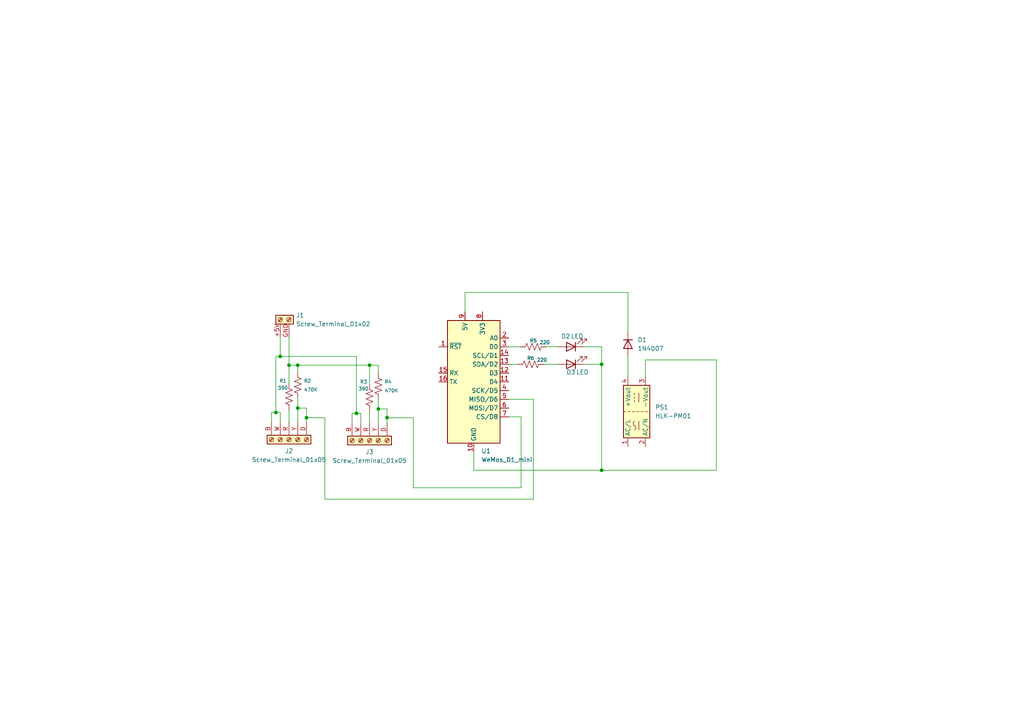
<source format=kicad_sch>
(kicad_sch
	(version 20231120)
	(generator "eeschema")
	(generator_version "8.0")
	(uuid "33541458-3008-4409-b29c-4498098e6b74")
	(paper "A4")
	(lib_symbols
		(symbol "Connector:Screw_Terminal_01x02"
			(pin_names
				(offset 1.016) hide)
			(exclude_from_sim no)
			(in_bom yes)
			(on_board yes)
			(property "Reference" "J1"
				(at 1.2701 -4.572 90)
				(effects
					(font
						(size 1.27 1.27)
					)
					(justify right)
				)
			)
			(property "Value" "Screw_Terminal_01x02"
				(at -1.2699 -4.572 90)
				(effects
					(font
						(size 1.27 1.27)
					)
					(justify right)
				)
			)
			(property "Footprint" ""
				(at 0 0 0)
				(effects
					(font
						(size 1.27 1.27)
					)
					(hide yes)
				)
			)
			(property "Datasheet" "~"
				(at 0 0 0)
				(effects
					(font
						(size 1.27 1.27)
					)
					(hide yes)
				)
			)
			(property "Description" "Generic screw terminal, single row, 01x02, script generated (kicad-library-utils/schlib/autogen/connector/)"
				(at 0 0 0)
				(effects
					(font
						(size 1.27 1.27)
					)
					(hide yes)
				)
			)
			(property "ki_keywords" "screw terminal"
				(at 0 0 0)
				(effects
					(font
						(size 1.27 1.27)
					)
					(hide yes)
				)
			)
			(property "ki_fp_filters" "TerminalBlock*:*"
				(at 0 0 0)
				(effects
					(font
						(size 1.27 1.27)
					)
					(hide yes)
				)
			)
			(symbol "Screw_Terminal_01x02_1_1"
				(rectangle
					(start -1.27 1.27)
					(end 1.27 -3.81)
					(stroke
						(width 0.254)
						(type default)
					)
					(fill
						(type background)
					)
				)
				(circle
					(center 0 -2.54)
					(radius 0.635)
					(stroke
						(width 0.1524)
						(type default)
					)
					(fill
						(type none)
					)
				)
				(polyline
					(pts
						(xy -0.5334 -2.2098) (xy 0.3302 -3.048)
					)
					(stroke
						(width 0.1524)
						(type default)
					)
					(fill
						(type none)
					)
				)
				(polyline
					(pts
						(xy -0.5334 0.3302) (xy 0.3302 -0.508)
					)
					(stroke
						(width 0.1524)
						(type default)
					)
					(fill
						(type none)
					)
				)
				(polyline
					(pts
						(xy -0.3556 -2.032) (xy 0.508 -2.8702)
					)
					(stroke
						(width 0.1524)
						(type default)
					)
					(fill
						(type none)
					)
				)
				(polyline
					(pts
						(xy -0.3556 0.508) (xy 0.508 -0.3302)
					)
					(stroke
						(width 0.1524)
						(type default)
					)
					(fill
						(type none)
					)
				)
				(circle
					(center 0 0)
					(radius 0.635)
					(stroke
						(width 0.1524)
						(type default)
					)
					(fill
						(type none)
					)
				)
				(pin passive line
					(at -5.08 0 0)
					(length 3.81)
					(name "Pin_1"
						(effects
							(font
								(size 1.27 1.27)
							)
						)
					)
					(number "+5V"
						(effects
							(font
								(size 1.27 1.27)
							)
						)
					)
				)
				(pin passive line
					(at -5.08 -2.54 0)
					(length 3.81)
					(name "Pin_2"
						(effects
							(font
								(size 1.27 1.27)
							)
						)
					)
					(number "GND"
						(effects
							(font
								(size 1.27 1.27)
							)
						)
					)
				)
			)
		)
		(symbol "Connector:Screw_Terminal_01x05"
			(pin_names
				(offset 1.016) hide)
			(exclude_from_sim no)
			(in_bom yes)
			(on_board yes)
			(property "Reference" "J3"
				(at 3.302 0 90)
				(effects
					(font
						(size 1.27 1.27)
					)
				)
			)
			(property "Value" "Screw_Terminal_01x05"
				(at 5.842 0 90)
				(effects
					(font
						(size 1.27 1.27)
					)
				)
			)
			(property "Footprint" ""
				(at 0 0 0)
				(effects
					(font
						(size 1.27 1.27)
					)
					(hide yes)
				)
			)
			(property "Datasheet" "~"
				(at 0 0 0)
				(effects
					(font
						(size 1.27 1.27)
					)
					(hide yes)
				)
			)
			(property "Description" "Generic screw terminal, single row, 01x05, script generated (kicad-library-utils/schlib/autogen/connector/)"
				(at 0 0 0)
				(effects
					(font
						(size 1.27 1.27)
					)
					(hide yes)
				)
			)
			(property "ki_keywords" "screw terminal"
				(at 0 0 0)
				(effects
					(font
						(size 1.27 1.27)
					)
					(hide yes)
				)
			)
			(property "ki_fp_filters" "TerminalBlock*:*"
				(at 0 0 0)
				(effects
					(font
						(size 1.27 1.27)
					)
					(hide yes)
				)
			)
			(symbol "Screw_Terminal_01x05_1_1"
				(rectangle
					(start -1.27 6.35)
					(end 1.27 -6.35)
					(stroke
						(width 0.254)
						(type default)
					)
					(fill
						(type background)
					)
				)
				(circle
					(center 0 -5.08)
					(radius 0.635)
					(stroke
						(width 0.1524)
						(type default)
					)
					(fill
						(type none)
					)
				)
				(circle
					(center 0 -2.54)
					(radius 0.635)
					(stroke
						(width 0.1524)
						(type default)
					)
					(fill
						(type none)
					)
				)
				(polyline
					(pts
						(xy -0.5334 -4.7498) (xy 0.3302 -5.588)
					)
					(stroke
						(width 0.1524)
						(type default)
					)
					(fill
						(type none)
					)
				)
				(polyline
					(pts
						(xy -0.5334 -2.2098) (xy 0.3302 -3.048)
					)
					(stroke
						(width 0.1524)
						(type default)
					)
					(fill
						(type none)
					)
				)
				(polyline
					(pts
						(xy -0.5334 0.3302) (xy 0.3302 -0.508)
					)
					(stroke
						(width 0.1524)
						(type default)
					)
					(fill
						(type none)
					)
				)
				(polyline
					(pts
						(xy -0.5334 2.8702) (xy 0.3302 2.032)
					)
					(stroke
						(width 0.1524)
						(type default)
					)
					(fill
						(type none)
					)
				)
				(polyline
					(pts
						(xy -0.5334 5.4102) (xy 0.3302 4.572)
					)
					(stroke
						(width 0.1524)
						(type default)
					)
					(fill
						(type none)
					)
				)
				(polyline
					(pts
						(xy -0.3556 -4.572) (xy 0.508 -5.4102)
					)
					(stroke
						(width 0.1524)
						(type default)
					)
					(fill
						(type none)
					)
				)
				(polyline
					(pts
						(xy -0.3556 -2.032) (xy 0.508 -2.8702)
					)
					(stroke
						(width 0.1524)
						(type default)
					)
					(fill
						(type none)
					)
				)
				(polyline
					(pts
						(xy -0.3556 0.508) (xy 0.508 -0.3302)
					)
					(stroke
						(width 0.1524)
						(type default)
					)
					(fill
						(type none)
					)
				)
				(polyline
					(pts
						(xy -0.3556 3.048) (xy 0.508 2.2098)
					)
					(stroke
						(width 0.1524)
						(type default)
					)
					(fill
						(type none)
					)
				)
				(polyline
					(pts
						(xy -0.3556 5.588) (xy 0.508 4.7498)
					)
					(stroke
						(width 0.1524)
						(type default)
					)
					(fill
						(type none)
					)
				)
				(circle
					(center 0 0)
					(radius 0.635)
					(stroke
						(width 0.1524)
						(type default)
					)
					(fill
						(type none)
					)
				)
				(circle
					(center 0 2.54)
					(radius 0.635)
					(stroke
						(width 0.1524)
						(type default)
					)
					(fill
						(type none)
					)
				)
				(circle
					(center 0 5.08)
					(radius 0.635)
					(stroke
						(width 0.1524)
						(type default)
					)
					(fill
						(type none)
					)
				)
				(pin passive line
					(at -5.08 -5.08 0)
					(length 3.81)
					(name "Pin_5"
						(effects
							(font
								(size 1.27 1.27)
							)
						)
					)
					(number "B"
						(effects
							(font
								(size 1.27 1.27)
							)
						)
					)
				)
				(pin passive line
					(at -5.08 5.08 0)
					(length 3.81)
					(name "Pin_1"
						(effects
							(font
								(size 1.27 1.27)
							)
						)
					)
					(number "D"
						(effects
							(font
								(size 1.27 1.27)
							)
						)
					)
				)
				(pin passive line
					(at -5.08 0 0)
					(length 3.81)
					(name "Pin_3"
						(effects
							(font
								(size 1.27 1.27)
							)
						)
					)
					(number "R"
						(effects
							(font
								(size 1.27 1.27)
							)
						)
					)
				)
				(pin passive line
					(at -5.08 -2.54 0)
					(length 3.81)
					(name "Pin_4"
						(effects
							(font
								(size 1.27 1.27)
							)
						)
					)
					(number "W"
						(effects
							(font
								(size 1.27 1.27)
							)
						)
					)
				)
				(pin passive line
					(at -5.08 2.54 0)
					(length 3.81)
					(name "Pin_2"
						(effects
							(font
								(size 1.27 1.27)
							)
						)
					)
					(number "Y"
						(effects
							(font
								(size 1.27 1.27)
							)
						)
					)
				)
			)
		)
		(symbol "Converter_ACDC:HLK-PM01"
			(exclude_from_sim no)
			(in_bom yes)
			(on_board yes)
			(property "Reference" "PS"
				(at 0 5.08 0)
				(effects
					(font
						(size 1.27 1.27)
					)
				)
			)
			(property "Value" "HLK-PM01"
				(at 0 -5.08 0)
				(effects
					(font
						(size 1.27 1.27)
					)
				)
			)
			(property "Footprint" "Converter_ACDC:Converter_ACDC_Hi-Link_HLK-PMxx"
				(at 0 -7.62 0)
				(effects
					(font
						(size 1.27 1.27)
					)
					(hide yes)
				)
			)
			(property "Datasheet" "https://h.hlktech.com/download/ACDC%E7%94%B5%E6%BA%90%E6%A8%A1%E5%9D%973W%E7%B3%BB%E5%88%97/1/%E6%B5%B7%E5%87%8C%E7%A7%913W%E7%B3%BB%E5%88%97%E7%94%B5%E6%BA%90%E6%A8%A1%E5%9D%97%E8%A7%84%E6%A0%BC%E4%B9%A6V2.8.pdf"
				(at 10.16 -8.89 0)
				(effects
					(font
						(size 1.27 1.27)
					)
					(hide yes)
				)
			)
			(property "Description" "Compact AC/DC board mount power module 3W 5V"
				(at 0 0 0)
				(effects
					(font
						(size 1.27 1.27)
					)
					(hide yes)
				)
			)
			(property "ki_keywords" "AC/DC module power supply"
				(at 0 0 0)
				(effects
					(font
						(size 1.27 1.27)
					)
					(hide yes)
				)
			)
			(property "ki_fp_filters" "Converter*ACDC*Hi?Link*HLK?PM*"
				(at 0 0 0)
				(effects
					(font
						(size 1.27 1.27)
					)
					(hide yes)
				)
			)
			(symbol "HLK-PM01_0_1"
				(rectangle
					(start -7.62 3.81)
					(end 7.62 -3.81)
					(stroke
						(width 0.254)
						(type default)
					)
					(fill
						(type background)
					)
				)
				(arc
					(start -5.334 0.635)
					(mid -4.699 0.2495)
					(end -4.064 0.635)
					(stroke
						(width 0)
						(type default)
					)
					(fill
						(type none)
					)
				)
				(arc
					(start -2.794 0.635)
					(mid -3.429 1.0072)
					(end -4.064 0.635)
					(stroke
						(width 0)
						(type default)
					)
					(fill
						(type none)
					)
				)
				(polyline
					(pts
						(xy -5.334 -0.635) (xy -2.794 -0.635)
					)
					(stroke
						(width 0)
						(type default)
					)
					(fill
						(type none)
					)
				)
				(polyline
					(pts
						(xy 0 -2.54) (xy 0 -3.175)
					)
					(stroke
						(width 0)
						(type default)
					)
					(fill
						(type none)
					)
				)
				(polyline
					(pts
						(xy 0 -1.27) (xy 0 -1.905)
					)
					(stroke
						(width 0)
						(type default)
					)
					(fill
						(type none)
					)
				)
				(polyline
					(pts
						(xy 0 0) (xy 0 -0.635)
					)
					(stroke
						(width 0)
						(type default)
					)
					(fill
						(type none)
					)
				)
				(polyline
					(pts
						(xy 0 1.27) (xy 0 0.635)
					)
					(stroke
						(width 0)
						(type default)
					)
					(fill
						(type none)
					)
				)
				(polyline
					(pts
						(xy 0 2.54) (xy 0 1.905)
					)
					(stroke
						(width 0)
						(type default)
					)
					(fill
						(type none)
					)
				)
				(polyline
					(pts
						(xy 0 3.81) (xy 0 3.175)
					)
					(stroke
						(width 0)
						(type default)
					)
					(fill
						(type none)
					)
				)
				(polyline
					(pts
						(xy 2.794 -0.635) (xy 5.334 -0.635)
					)
					(stroke
						(width 0)
						(type default)
					)
					(fill
						(type none)
					)
				)
				(polyline
					(pts
						(xy 2.794 0.635) (xy 3.302 0.635)
					)
					(stroke
						(width 0)
						(type default)
					)
					(fill
						(type none)
					)
				)
				(polyline
					(pts
						(xy 3.81 0.635) (xy 4.318 0.635)
					)
					(stroke
						(width 0)
						(type default)
					)
					(fill
						(type none)
					)
				)
				(polyline
					(pts
						(xy 4.826 0.635) (xy 5.334 0.635)
					)
					(stroke
						(width 0)
						(type default)
					)
					(fill
						(type none)
					)
				)
			)
			(symbol "HLK-PM01_1_1"
				(pin power_in line
					(at -10.16 2.54 0)
					(length 2.54)
					(name "AC/L"
						(effects
							(font
								(size 1.27 1.27)
							)
						)
					)
					(number "1"
						(effects
							(font
								(size 1.27 1.27)
							)
						)
					)
				)
				(pin power_in line
					(at -10.16 -2.54 0)
					(length 2.54)
					(name "AC/N"
						(effects
							(font
								(size 1.27 1.27)
							)
						)
					)
					(number "2"
						(effects
							(font
								(size 1.27 1.27)
							)
						)
					)
				)
				(pin power_out line
					(at 10.16 -2.54 180)
					(length 2.54)
					(name "-Vout"
						(effects
							(font
								(size 1.27 1.27)
							)
						)
					)
					(number "3"
						(effects
							(font
								(size 1.27 1.27)
							)
						)
					)
				)
				(pin power_out line
					(at 10.16 2.54 180)
					(length 2.54)
					(name "+Vout"
						(effects
							(font
								(size 1.27 1.27)
							)
						)
					)
					(number "4"
						(effects
							(font
								(size 1.27 1.27)
							)
						)
					)
				)
			)
		)
		(symbol "Device:LED"
			(pin_numbers hide)
			(pin_names
				(offset 1.016) hide)
			(exclude_from_sim no)
			(in_bom yes)
			(on_board yes)
			(property "Reference" "D"
				(at 0 2.54 0)
				(effects
					(font
						(size 1.27 1.27)
					)
				)
			)
			(property "Value" "LED"
				(at 0 -2.54 0)
				(effects
					(font
						(size 1.27 1.27)
					)
				)
			)
			(property "Footprint" ""
				(at 0 0 0)
				(effects
					(font
						(size 1.27 1.27)
					)
					(hide yes)
				)
			)
			(property "Datasheet" "~"
				(at 0 0 0)
				(effects
					(font
						(size 1.27 1.27)
					)
					(hide yes)
				)
			)
			(property "Description" "Light emitting diode"
				(at 0 0 0)
				(effects
					(font
						(size 1.27 1.27)
					)
					(hide yes)
				)
			)
			(property "ki_keywords" "LED diode"
				(at 0 0 0)
				(effects
					(font
						(size 1.27 1.27)
					)
					(hide yes)
				)
			)
			(property "ki_fp_filters" "LED* LED_SMD:* LED_THT:*"
				(at 0 0 0)
				(effects
					(font
						(size 1.27 1.27)
					)
					(hide yes)
				)
			)
			(symbol "LED_0_1"
				(polyline
					(pts
						(xy -1.27 -1.27) (xy -1.27 1.27)
					)
					(stroke
						(width 0.254)
						(type default)
					)
					(fill
						(type none)
					)
				)
				(polyline
					(pts
						(xy -1.27 0) (xy 1.27 0)
					)
					(stroke
						(width 0)
						(type default)
					)
					(fill
						(type none)
					)
				)
				(polyline
					(pts
						(xy 1.27 -1.27) (xy 1.27 1.27) (xy -1.27 0) (xy 1.27 -1.27)
					)
					(stroke
						(width 0.254)
						(type default)
					)
					(fill
						(type none)
					)
				)
				(polyline
					(pts
						(xy -3.048 -0.762) (xy -4.572 -2.286) (xy -3.81 -2.286) (xy -4.572 -2.286) (xy -4.572 -1.524)
					)
					(stroke
						(width 0)
						(type default)
					)
					(fill
						(type none)
					)
				)
				(polyline
					(pts
						(xy -1.778 -0.762) (xy -3.302 -2.286) (xy -2.54 -2.286) (xy -3.302 -2.286) (xy -3.302 -1.524)
					)
					(stroke
						(width 0)
						(type default)
					)
					(fill
						(type none)
					)
				)
			)
			(symbol "LED_1_1"
				(pin passive line
					(at -3.81 0 0)
					(length 2.54)
					(name "K"
						(effects
							(font
								(size 1.27 1.27)
							)
						)
					)
					(number "1"
						(effects
							(font
								(size 1.27 1.27)
							)
						)
					)
				)
				(pin passive line
					(at 3.81 0 180)
					(length 2.54)
					(name "A"
						(effects
							(font
								(size 1.27 1.27)
							)
						)
					)
					(number "2"
						(effects
							(font
								(size 1.27 1.27)
							)
						)
					)
				)
			)
		)
		(symbol "Device:R_US"
			(pin_numbers hide)
			(pin_names
				(offset 0)
			)
			(exclude_from_sim no)
			(in_bom yes)
			(on_board yes)
			(property "Reference" "R"
				(at 2.54 0 90)
				(effects
					(font
						(size 1.27 1.27)
					)
				)
			)
			(property "Value" "R_US"
				(at -2.54 0 90)
				(effects
					(font
						(size 1.27 1.27)
					)
				)
			)
			(property "Footprint" ""
				(at 1.016 -0.254 90)
				(effects
					(font
						(size 1.27 1.27)
					)
					(hide yes)
				)
			)
			(property "Datasheet" "~"
				(at 0 0 0)
				(effects
					(font
						(size 1.27 1.27)
					)
					(hide yes)
				)
			)
			(property "Description" "Resistor, US symbol"
				(at 0 0 0)
				(effects
					(font
						(size 1.27 1.27)
					)
					(hide yes)
				)
			)
			(property "ki_keywords" "R res resistor"
				(at 0 0 0)
				(effects
					(font
						(size 1.27 1.27)
					)
					(hide yes)
				)
			)
			(property "ki_fp_filters" "R_*"
				(at 0 0 0)
				(effects
					(font
						(size 1.27 1.27)
					)
					(hide yes)
				)
			)
			(symbol "R_US_0_1"
				(polyline
					(pts
						(xy 0 -2.286) (xy 0 -2.54)
					)
					(stroke
						(width 0)
						(type default)
					)
					(fill
						(type none)
					)
				)
				(polyline
					(pts
						(xy 0 2.286) (xy 0 2.54)
					)
					(stroke
						(width 0)
						(type default)
					)
					(fill
						(type none)
					)
				)
				(polyline
					(pts
						(xy 0 -0.762) (xy 1.016 -1.143) (xy 0 -1.524) (xy -1.016 -1.905) (xy 0 -2.286)
					)
					(stroke
						(width 0)
						(type default)
					)
					(fill
						(type none)
					)
				)
				(polyline
					(pts
						(xy 0 0.762) (xy 1.016 0.381) (xy 0 0) (xy -1.016 -0.381) (xy 0 -0.762)
					)
					(stroke
						(width 0)
						(type default)
					)
					(fill
						(type none)
					)
				)
				(polyline
					(pts
						(xy 0 2.286) (xy 1.016 1.905) (xy 0 1.524) (xy -1.016 1.143) (xy 0 0.762)
					)
					(stroke
						(width 0)
						(type default)
					)
					(fill
						(type none)
					)
				)
			)
			(symbol "R_US_1_1"
				(pin passive line
					(at 0 3.81 270)
					(length 1.27)
					(name "~"
						(effects
							(font
								(size 1.27 1.27)
							)
						)
					)
					(number "1"
						(effects
							(font
								(size 1.27 1.27)
							)
						)
					)
				)
				(pin passive line
					(at 0 -3.81 90)
					(length 1.27)
					(name "~"
						(effects
							(font
								(size 1.27 1.27)
							)
						)
					)
					(number "2"
						(effects
							(font
								(size 1.27 1.27)
							)
						)
					)
				)
			)
		)
		(symbol "Diode:1N4007"
			(pin_numbers hide)
			(pin_names hide)
			(exclude_from_sim no)
			(in_bom yes)
			(on_board yes)
			(property "Reference" "D"
				(at 0 2.54 0)
				(effects
					(font
						(size 1.27 1.27)
					)
				)
			)
			(property "Value" "1N4007"
				(at 0 -2.54 0)
				(effects
					(font
						(size 1.27 1.27)
					)
				)
			)
			(property "Footprint" "Diode_THT:D_DO-41_SOD81_P10.16mm_Horizontal"
				(at 0 -4.445 0)
				(effects
					(font
						(size 1.27 1.27)
					)
					(hide yes)
				)
			)
			(property "Datasheet" "http://www.vishay.com/docs/88503/1n4001.pdf"
				(at 0 0 0)
				(effects
					(font
						(size 1.27 1.27)
					)
					(hide yes)
				)
			)
			(property "Description" "1000V 1A General Purpose Rectifier Diode, DO-41"
				(at 0 0 0)
				(effects
					(font
						(size 1.27 1.27)
					)
					(hide yes)
				)
			)
			(property "Sim.Device" "D"
				(at 0 0 0)
				(effects
					(font
						(size 1.27 1.27)
					)
					(hide yes)
				)
			)
			(property "Sim.Pins" "1=K 2=A"
				(at 0 0 0)
				(effects
					(font
						(size 1.27 1.27)
					)
					(hide yes)
				)
			)
			(property "ki_keywords" "diode"
				(at 0 0 0)
				(effects
					(font
						(size 1.27 1.27)
					)
					(hide yes)
				)
			)
			(property "ki_fp_filters" "D*DO?41*"
				(at 0 0 0)
				(effects
					(font
						(size 1.27 1.27)
					)
					(hide yes)
				)
			)
			(symbol "1N4007_0_1"
				(polyline
					(pts
						(xy -1.27 1.27) (xy -1.27 -1.27)
					)
					(stroke
						(width 0.254)
						(type default)
					)
					(fill
						(type none)
					)
				)
				(polyline
					(pts
						(xy 1.27 0) (xy -1.27 0)
					)
					(stroke
						(width 0)
						(type default)
					)
					(fill
						(type none)
					)
				)
				(polyline
					(pts
						(xy 1.27 1.27) (xy 1.27 -1.27) (xy -1.27 0) (xy 1.27 1.27)
					)
					(stroke
						(width 0.254)
						(type default)
					)
					(fill
						(type none)
					)
				)
			)
			(symbol "1N4007_1_1"
				(pin passive line
					(at -3.81 0 0)
					(length 2.54)
					(name "K"
						(effects
							(font
								(size 1.27 1.27)
							)
						)
					)
					(number "1"
						(effects
							(font
								(size 1.27 1.27)
							)
						)
					)
				)
				(pin passive line
					(at 3.81 0 180)
					(length 2.54)
					(name "A"
						(effects
							(font
								(size 1.27 1.27)
							)
						)
					)
					(number "2"
						(effects
							(font
								(size 1.27 1.27)
							)
						)
					)
				)
			)
		)
		(symbol "MCU_Module:WeMos_D1_mini"
			(exclude_from_sim no)
			(in_bom yes)
			(on_board yes)
			(property "Reference" "U"
				(at 3.81 19.05 0)
				(effects
					(font
						(size 1.27 1.27)
					)
					(justify left)
				)
			)
			(property "Value" "WeMos_D1_mini"
				(at 1.27 -19.05 0)
				(effects
					(font
						(size 1.27 1.27)
					)
					(justify left)
				)
			)
			(property "Footprint" "Module:WEMOS_D1_mini_light"
				(at 0 -29.21 0)
				(effects
					(font
						(size 1.27 1.27)
					)
					(hide yes)
				)
			)
			(property "Datasheet" "https://wiki.wemos.cc/products:d1:d1_mini#documentation"
				(at -46.99 -29.21 0)
				(effects
					(font
						(size 1.27 1.27)
					)
					(hide yes)
				)
			)
			(property "Description" "32-bit microcontroller module with WiFi"
				(at 0 0 0)
				(effects
					(font
						(size 1.27 1.27)
					)
					(hide yes)
				)
			)
			(property "ki_keywords" "ESP8266 WiFi microcontroller ESP8266EX"
				(at 0 0 0)
				(effects
					(font
						(size 1.27 1.27)
					)
					(hide yes)
				)
			)
			(property "ki_fp_filters" "WEMOS*D1*mini*"
				(at 0 0 0)
				(effects
					(font
						(size 1.27 1.27)
					)
					(hide yes)
				)
			)
			(symbol "WeMos_D1_mini_1_1"
				(rectangle
					(start -7.62 17.78)
					(end 7.62 -17.78)
					(stroke
						(width 0.254)
						(type default)
					)
					(fill
						(type background)
					)
				)
				(pin input line
					(at -10.16 10.16 0)
					(length 2.54)
					(name "~{RST}"
						(effects
							(font
								(size 1.27 1.27)
							)
						)
					)
					(number "1"
						(effects
							(font
								(size 1.27 1.27)
							)
						)
					)
				)
				(pin power_in line
					(at 0 -20.32 90)
					(length 2.54)
					(name "GND"
						(effects
							(font
								(size 1.27 1.27)
							)
						)
					)
					(number "10"
						(effects
							(font
								(size 1.27 1.27)
							)
						)
					)
				)
				(pin bidirectional line
					(at 10.16 0 180)
					(length 2.54)
					(name "D4"
						(effects
							(font
								(size 1.27 1.27)
							)
						)
					)
					(number "11"
						(effects
							(font
								(size 1.27 1.27)
							)
						)
					)
				)
				(pin bidirectional line
					(at 10.16 2.54 180)
					(length 2.54)
					(name "D3"
						(effects
							(font
								(size 1.27 1.27)
							)
						)
					)
					(number "12"
						(effects
							(font
								(size 1.27 1.27)
							)
						)
					)
				)
				(pin bidirectional line
					(at 10.16 5.08 180)
					(length 2.54)
					(name "SDA/D2"
						(effects
							(font
								(size 1.27 1.27)
							)
						)
					)
					(number "13"
						(effects
							(font
								(size 1.27 1.27)
							)
						)
					)
				)
				(pin bidirectional line
					(at 10.16 7.62 180)
					(length 2.54)
					(name "SCL/D1"
						(effects
							(font
								(size 1.27 1.27)
							)
						)
					)
					(number "14"
						(effects
							(font
								(size 1.27 1.27)
							)
						)
					)
				)
				(pin input line
					(at -10.16 2.54 0)
					(length 2.54)
					(name "RX"
						(effects
							(font
								(size 1.27 1.27)
							)
						)
					)
					(number "15"
						(effects
							(font
								(size 1.27 1.27)
							)
						)
					)
				)
				(pin output line
					(at -10.16 0 0)
					(length 2.54)
					(name "TX"
						(effects
							(font
								(size 1.27 1.27)
							)
						)
					)
					(number "16"
						(effects
							(font
								(size 1.27 1.27)
							)
						)
					)
				)
				(pin input line
					(at 10.16 12.7 180)
					(length 2.54)
					(name "A0"
						(effects
							(font
								(size 1.27 1.27)
							)
						)
					)
					(number "2"
						(effects
							(font
								(size 1.27 1.27)
							)
						)
					)
				)
				(pin bidirectional line
					(at 10.16 10.16 180)
					(length 2.54)
					(name "D0"
						(effects
							(font
								(size 1.27 1.27)
							)
						)
					)
					(number "3"
						(effects
							(font
								(size 1.27 1.27)
							)
						)
					)
				)
				(pin bidirectional line
					(at 10.16 -2.54 180)
					(length 2.54)
					(name "SCK/D5"
						(effects
							(font
								(size 1.27 1.27)
							)
						)
					)
					(number "4"
						(effects
							(font
								(size 1.27 1.27)
							)
						)
					)
				)
				(pin bidirectional line
					(at 10.16 -5.08 180)
					(length 2.54)
					(name "MISO/D6"
						(effects
							(font
								(size 1.27 1.27)
							)
						)
					)
					(number "5"
						(effects
							(font
								(size 1.27 1.27)
							)
						)
					)
				)
				(pin bidirectional line
					(at 10.16 -7.62 180)
					(length 2.54)
					(name "MOSI/D7"
						(effects
							(font
								(size 1.27 1.27)
							)
						)
					)
					(number "6"
						(effects
							(font
								(size 1.27 1.27)
							)
						)
					)
				)
				(pin bidirectional line
					(at 10.16 -10.16 180)
					(length 2.54)
					(name "CS/D8"
						(effects
							(font
								(size 1.27 1.27)
							)
						)
					)
					(number "7"
						(effects
							(font
								(size 1.27 1.27)
							)
						)
					)
				)
				(pin power_out line
					(at 2.54 20.32 270)
					(length 2.54)
					(name "3V3"
						(effects
							(font
								(size 1.27 1.27)
							)
						)
					)
					(number "8"
						(effects
							(font
								(size 1.27 1.27)
							)
						)
					)
				)
				(pin power_in line
					(at -2.54 20.32 270)
					(length 2.54)
					(name "5V"
						(effects
							(font
								(size 1.27 1.27)
							)
						)
					)
					(number "9"
						(effects
							(font
								(size 1.27 1.27)
							)
						)
					)
				)
			)
		)
		(symbol "Screw_Terminal_01x05_1"
			(pin_names
				(offset 1.016) hide)
			(exclude_from_sim no)
			(in_bom yes)
			(on_board yes)
			(property "Reference" "J2"
				(at 3.302 0 90)
				(effects
					(font
						(size 1.27 1.27)
					)
				)
			)
			(property "Value" "Screw_Terminal_01x05"
				(at 5.842 0 90)
				(effects
					(font
						(size 1.27 1.27)
					)
				)
			)
			(property "Footprint" ""
				(at 0 0 0)
				(effects
					(font
						(size 1.27 1.27)
					)
					(hide yes)
				)
			)
			(property "Datasheet" "~"
				(at 0 0 0)
				(effects
					(font
						(size 1.27 1.27)
					)
					(hide yes)
				)
			)
			(property "Description" "Generic screw terminal, single row, 01x05, script generated (kicad-library-utils/schlib/autogen/connector/)"
				(at 0 0 0)
				(effects
					(font
						(size 1.27 1.27)
					)
					(hide yes)
				)
			)
			(property "ki_keywords" "screw terminal"
				(at 0 0 0)
				(effects
					(font
						(size 1.27 1.27)
					)
					(hide yes)
				)
			)
			(property "ki_fp_filters" "TerminalBlock*:*"
				(at 0 0 0)
				(effects
					(font
						(size 1.27 1.27)
					)
					(hide yes)
				)
			)
			(symbol "Screw_Terminal_01x05_1_1_1"
				(rectangle
					(start -1.27 6.35)
					(end 1.27 -6.35)
					(stroke
						(width 0.254)
						(type default)
					)
					(fill
						(type background)
					)
				)
				(circle
					(center 0 -5.08)
					(radius 0.635)
					(stroke
						(width 0.1524)
						(type default)
					)
					(fill
						(type none)
					)
				)
				(circle
					(center 0 -2.54)
					(radius 0.635)
					(stroke
						(width 0.1524)
						(type default)
					)
					(fill
						(type none)
					)
				)
				(polyline
					(pts
						(xy -0.5334 -4.7498) (xy 0.3302 -5.588)
					)
					(stroke
						(width 0.1524)
						(type default)
					)
					(fill
						(type none)
					)
				)
				(polyline
					(pts
						(xy -0.5334 -2.2098) (xy 0.3302 -3.048)
					)
					(stroke
						(width 0.1524)
						(type default)
					)
					(fill
						(type none)
					)
				)
				(polyline
					(pts
						(xy -0.5334 0.3302) (xy 0.3302 -0.508)
					)
					(stroke
						(width 0.1524)
						(type default)
					)
					(fill
						(type none)
					)
				)
				(polyline
					(pts
						(xy -0.5334 2.8702) (xy 0.3302 2.032)
					)
					(stroke
						(width 0.1524)
						(type default)
					)
					(fill
						(type none)
					)
				)
				(polyline
					(pts
						(xy -0.5334 5.4102) (xy 0.3302 4.572)
					)
					(stroke
						(width 0.1524)
						(type default)
					)
					(fill
						(type none)
					)
				)
				(polyline
					(pts
						(xy -0.3556 -4.572) (xy 0.508 -5.4102)
					)
					(stroke
						(width 0.1524)
						(type default)
					)
					(fill
						(type none)
					)
				)
				(polyline
					(pts
						(xy -0.3556 -2.032) (xy 0.508 -2.8702)
					)
					(stroke
						(width 0.1524)
						(type default)
					)
					(fill
						(type none)
					)
				)
				(polyline
					(pts
						(xy -0.3556 0.508) (xy 0.508 -0.3302)
					)
					(stroke
						(width 0.1524)
						(type default)
					)
					(fill
						(type none)
					)
				)
				(polyline
					(pts
						(xy -0.3556 3.048) (xy 0.508 2.2098)
					)
					(stroke
						(width 0.1524)
						(type default)
					)
					(fill
						(type none)
					)
				)
				(polyline
					(pts
						(xy -0.3556 5.588) (xy 0.508 4.7498)
					)
					(stroke
						(width 0.1524)
						(type default)
					)
					(fill
						(type none)
					)
				)
				(circle
					(center 0 0)
					(radius 0.635)
					(stroke
						(width 0.1524)
						(type default)
					)
					(fill
						(type none)
					)
				)
				(circle
					(center 0 2.54)
					(radius 0.635)
					(stroke
						(width 0.1524)
						(type default)
					)
					(fill
						(type none)
					)
				)
				(circle
					(center 0 5.08)
					(radius 0.635)
					(stroke
						(width 0.1524)
						(type default)
					)
					(fill
						(type none)
					)
				)
				(pin passive line
					(at -5.08 -5.08 0)
					(length 3.81)
					(name "Pin_5"
						(effects
							(font
								(size 1.27 1.27)
							)
						)
					)
					(number "B"
						(effects
							(font
								(size 1.27 1.27)
							)
						)
					)
				)
				(pin passive line
					(at -5.08 5.08 0)
					(length 3.81)
					(name "Pin_1"
						(effects
							(font
								(size 1.27 1.27)
							)
						)
					)
					(number "D"
						(effects
							(font
								(size 1.27 1.27)
							)
						)
					)
				)
				(pin passive line
					(at -5.08 0 0)
					(length 3.81)
					(name "Pin_3"
						(effects
							(font
								(size 1.27 1.27)
							)
						)
					)
					(number "R"
						(effects
							(font
								(size 1.27 1.27)
							)
						)
					)
				)
				(pin passive line
					(at -5.08 -2.54 0)
					(length 3.81)
					(name "Pin_4"
						(effects
							(font
								(size 1.27 1.27)
							)
						)
					)
					(number "W"
						(effects
							(font
								(size 1.27 1.27)
							)
						)
					)
				)
				(pin passive line
					(at -5.08 2.54 0)
					(length 3.81)
					(name "Pin_2"
						(effects
							(font
								(size 1.27 1.27)
							)
						)
					)
					(number "Y"
						(effects
							(font
								(size 1.27 1.27)
							)
						)
					)
				)
			)
		)
	)
	(junction
		(at 83.82 105.918)
		(diameter 0)
		(color 0 0 0 0)
		(uuid "073c06cd-0253-46b5-8f53-6be0a8e40808")
	)
	(junction
		(at 174.498 136.398)
		(diameter 0)
		(color 0 0 0 0)
		(uuid "1b73cef4-c933-4b40-b61d-ef45753ac4ad")
	)
	(junction
		(at 86.36 118.364)
		(diameter 0)
		(color 0 0 0 0)
		(uuid "2ce23be6-315a-47f1-900e-aab9780a1999")
	)
	(junction
		(at 109.728 118.618)
		(diameter 0)
		(color 0 0 0 0)
		(uuid "4bfb57b5-2db9-4dd3-a8e0-b925e0b7f6f4")
	)
	(junction
		(at 107.188 105.918)
		(diameter 0)
		(color 0 0 0 0)
		(uuid "5721fa79-7041-46db-beb9-98d0266c5507")
	)
	(junction
		(at 174.498 105.664)
		(diameter 0)
		(color 0 0 0 0)
		(uuid "5f54f6b5-21f5-402d-bca9-c471c70bd827")
	)
	(junction
		(at 80.01 119.634)
		(diameter 0)
		(color 0 0 0 0)
		(uuid "8b10cd16-d3b5-4716-b318-6f5951de138f")
	)
	(junction
		(at 88.9 121.158)
		(diameter 0)
		(color 0 0 0 0)
		(uuid "cc7df916-a04e-4421-b62b-1c0f6da1d2df")
	)
	(junction
		(at 86.36 105.918)
		(diameter 0)
		(color 0 0 0 0)
		(uuid "ccd280fa-d970-4a50-a47e-1960ef0f027f")
	)
	(junction
		(at 81.28 103.378)
		(diameter 0)
		(color 0 0 0 0)
		(uuid "d3760d58-e2fa-42e8-b217-efca3d9c6110")
	)
	(junction
		(at 112.268 121.158)
		(diameter 0)
		(color 0 0 0 0)
		(uuid "e85aba20-9474-495e-9026-3e50b3125aee")
	)
	(junction
		(at 103.378 119.888)
		(diameter 0)
		(color 0 0 0 0)
		(uuid "efefba32-ed0b-4fa6-84f5-ae8850910479")
	)
	(wire
		(pts
			(xy 86.36 115.57) (xy 86.36 118.364)
		)
		(stroke
			(width 0)
			(type default)
		)
		(uuid "01f04114-b152-418b-9a3c-3d025c17cc42")
	)
	(wire
		(pts
			(xy 109.728 105.918) (xy 109.728 108.204)
		)
		(stroke
			(width 0)
			(type default)
		)
		(uuid "0644fce4-aaa1-402f-89b6-92c0ed5d037b")
	)
	(wire
		(pts
			(xy 169.418 100.584) (xy 174.498 100.584)
		)
		(stroke
			(width 0)
			(type default)
		)
		(uuid "0af501e6-67fb-47d0-b11a-971daab0476d")
	)
	(wire
		(pts
			(xy 151.13 141.478) (xy 119.888 141.478)
		)
		(stroke
			(width 0)
			(type default)
		)
		(uuid "1b75f04e-bd6a-455a-8eff-acda067b9d49")
	)
	(wire
		(pts
			(xy 102.108 122.682) (xy 102.108 119.888)
		)
		(stroke
			(width 0)
			(type default)
		)
		(uuid "1df26436-1987-4ec2-a71d-e7a7bdcd44b6")
	)
	(wire
		(pts
			(xy 107.188 119.126) (xy 107.188 122.682)
		)
		(stroke
			(width 0)
			(type default)
		)
		(uuid "2188fe58-af2c-4d0e-80e6-8f5c52d65c0e")
	)
	(wire
		(pts
			(xy 147.574 120.904) (xy 151.13 120.904)
		)
		(stroke
			(width 0)
			(type default)
		)
		(uuid "244b63ad-764e-448c-80b5-c9e0ce6b7d05")
	)
	(wire
		(pts
			(xy 174.498 136.398) (xy 207.772 136.398)
		)
		(stroke
			(width 0)
			(type default)
		)
		(uuid "25daed33-0558-48ec-b6a2-578389fe0374")
	)
	(wire
		(pts
			(xy 104.648 119.888) (xy 104.648 122.682)
		)
		(stroke
			(width 0)
			(type default)
		)
		(uuid "31062f93-2359-4079-8fec-91aea6117496")
	)
	(wire
		(pts
			(xy 112.268 122.682) (xy 112.268 121.158)
		)
		(stroke
			(width 0)
			(type default)
		)
		(uuid "31da87d6-75bf-469b-a31d-76c206625e94")
	)
	(wire
		(pts
			(xy 134.874 84.836) (xy 182.118 84.836)
		)
		(stroke
			(width 0)
			(type default)
		)
		(uuid "405dd5d4-475f-4d63-8948-0d3a2d047b7a")
	)
	(wire
		(pts
			(xy 147.574 105.664) (xy 150.114 105.664)
		)
		(stroke
			(width 0)
			(type default)
		)
		(uuid "4120781a-b8aa-4114-a055-55afc1152f90")
	)
	(wire
		(pts
			(xy 88.9 122.428) (xy 88.9 121.158)
		)
		(stroke
			(width 0)
			(type default)
		)
		(uuid "430790d9-641b-409d-b790-b1aa686ade79")
	)
	(wire
		(pts
			(xy 86.36 105.918) (xy 86.36 107.95)
		)
		(stroke
			(width 0)
			(type default)
		)
		(uuid "45627ef7-633f-4610-a3c7-c81505b7fdce")
	)
	(wire
		(pts
			(xy 80.01 119.634) (xy 81.28 119.634)
		)
		(stroke
			(width 0)
			(type default)
		)
		(uuid "4874983a-14fb-4be6-bd6a-a3dbf06af5f8")
	)
	(wire
		(pts
			(xy 154.686 144.78) (xy 94.234 144.78)
		)
		(stroke
			(width 0)
			(type default)
		)
		(uuid "5463d121-00fc-40c1-9d51-3c57ed1e25da")
	)
	(wire
		(pts
			(xy 112.268 121.158) (xy 112.268 118.618)
		)
		(stroke
			(width 0)
			(type default)
		)
		(uuid "55488db3-2d32-4033-864b-41012173374a")
	)
	(wire
		(pts
			(xy 174.498 105.664) (xy 169.418 105.664)
		)
		(stroke
			(width 0)
			(type default)
		)
		(uuid "61d56d78-1624-470b-937a-08f21b06b47f")
	)
	(wire
		(pts
			(xy 88.9 121.158) (xy 88.9 118.364)
		)
		(stroke
			(width 0)
			(type default)
		)
		(uuid "68d27d8d-85d4-4896-85f1-182a7596813e")
	)
	(wire
		(pts
			(xy 147.574 115.824) (xy 154.686 115.824)
		)
		(stroke
			(width 0)
			(type default)
		)
		(uuid "68e2ea7e-e0f2-45f7-bb0a-83a3fba9d4e4")
	)
	(wire
		(pts
			(xy 86.36 105.918) (xy 107.188 105.918)
		)
		(stroke
			(width 0)
			(type default)
		)
		(uuid "6e14784f-59ff-4de9-a047-c1fee1fb1ac5")
	)
	(wire
		(pts
			(xy 83.82 105.918) (xy 83.82 111.252)
		)
		(stroke
			(width 0)
			(type default)
		)
		(uuid "74657b13-9dbf-4c8b-9647-b998ad5498f4")
	)
	(wire
		(pts
			(xy 157.734 105.664) (xy 161.798 105.664)
		)
		(stroke
			(width 0)
			(type default)
		)
		(uuid "755b14c1-4123-4146-b5a8-76027a31b7f1")
	)
	(wire
		(pts
			(xy 158.496 100.584) (xy 161.798 100.584)
		)
		(stroke
			(width 0)
			(type default)
		)
		(uuid "775d4ecd-2662-4a91-8338-ef047670df66")
	)
	(wire
		(pts
			(xy 147.574 100.584) (xy 150.876 100.584)
		)
		(stroke
			(width 0)
			(type default)
		)
		(uuid "78e8e62c-7f75-45d4-b405-e690e56bb869")
	)
	(wire
		(pts
			(xy 107.188 105.918) (xy 109.728 105.918)
		)
		(stroke
			(width 0)
			(type default)
		)
		(uuid "7c363b0e-01aa-49f6-9a47-dc937cba41cb")
	)
	(wire
		(pts
			(xy 94.234 121.158) (xy 88.9 121.158)
		)
		(stroke
			(width 0)
			(type default)
		)
		(uuid "81fda108-e379-41ec-bf49-10359ab29b18")
	)
	(wire
		(pts
			(xy 88.9 118.364) (xy 86.36 118.364)
		)
		(stroke
			(width 0)
			(type default)
		)
		(uuid "82e62b44-0d6c-4be2-96c2-3a3dfee928fd")
	)
	(wire
		(pts
			(xy 103.378 103.378) (xy 103.378 119.888)
		)
		(stroke
			(width 0)
			(type default)
		)
		(uuid "83621bad-9608-4a52-98d5-b5e90abb32ee")
	)
	(wire
		(pts
			(xy 81.28 119.634) (xy 81.28 122.428)
		)
		(stroke
			(width 0)
			(type default)
		)
		(uuid "837e184f-cd08-4f73-b43b-78e03db8593e")
	)
	(wire
		(pts
			(xy 81.28 103.378) (xy 80.01 103.378)
		)
		(stroke
			(width 0)
			(type default)
		)
		(uuid "843cc532-2fa2-4d6d-89a6-056a8056681d")
	)
	(wire
		(pts
			(xy 78.74 119.634) (xy 80.01 119.634)
		)
		(stroke
			(width 0)
			(type default)
		)
		(uuid "88d94c34-cddc-4e34-9075-6a6a156a8c41")
	)
	(wire
		(pts
			(xy 154.686 115.824) (xy 154.686 144.78)
		)
		(stroke
			(width 0)
			(type default)
		)
		(uuid "8edc6f24-37c9-4e82-b811-048299543868")
	)
	(wire
		(pts
			(xy 207.772 136.398) (xy 207.772 104.394)
		)
		(stroke
			(width 0)
			(type default)
		)
		(uuid "91a174c3-8442-4125-9965-b914f4a7b2d4")
	)
	(wire
		(pts
			(xy 182.118 103.632) (xy 182.118 109.22)
		)
		(stroke
			(width 0)
			(type default)
		)
		(uuid "92cb7fbb-b978-4410-a1fa-4d1a7f9ba68f")
	)
	(wire
		(pts
			(xy 112.268 118.618) (xy 109.728 118.618)
		)
		(stroke
			(width 0)
			(type default)
		)
		(uuid "94cfa876-17ad-4ec8-9410-9dd573421120")
	)
	(wire
		(pts
			(xy 78.74 122.428) (xy 78.74 119.634)
		)
		(stroke
			(width 0)
			(type default)
		)
		(uuid "9d6f5838-98a4-49d7-ba37-60559fdda8ec")
	)
	(wire
		(pts
			(xy 119.888 141.478) (xy 119.888 121.158)
		)
		(stroke
			(width 0)
			(type default)
		)
		(uuid "9dcb7970-e184-4495-8917-8bbcae140447")
	)
	(wire
		(pts
			(xy 83.82 97.79) (xy 83.82 105.918)
		)
		(stroke
			(width 0)
			(type default)
		)
		(uuid "a13f15a7-3212-4967-b8d9-86f6b1aedc74")
	)
	(wire
		(pts
			(xy 102.108 119.888) (xy 103.378 119.888)
		)
		(stroke
			(width 0)
			(type default)
		)
		(uuid "a8aeb83b-f19a-46b5-9d0e-27af76f17b51")
	)
	(wire
		(pts
			(xy 137.414 136.398) (xy 174.498 136.398)
		)
		(stroke
			(width 0)
			(type default)
		)
		(uuid "aae18b02-2a4e-4db3-bcdd-62d8b4e7e1f7")
	)
	(wire
		(pts
			(xy 207.772 104.394) (xy 187.198 104.394)
		)
		(stroke
			(width 0)
			(type default)
		)
		(uuid "ac9b5db4-6c8d-4f94-ade6-ebd6b12ebae3")
	)
	(wire
		(pts
			(xy 81.28 97.79) (xy 81.28 103.378)
		)
		(stroke
			(width 0)
			(type default)
		)
		(uuid "af67de7b-6e54-4da1-8c6b-0ccc7ef82ff4")
	)
	(wire
		(pts
			(xy 109.728 118.618) (xy 109.728 122.682)
		)
		(stroke
			(width 0)
			(type default)
		)
		(uuid "b1c89412-a950-4417-837c-982bb0032c27")
	)
	(wire
		(pts
			(xy 151.13 120.904) (xy 151.13 141.478)
		)
		(stroke
			(width 0)
			(type default)
		)
		(uuid "b637d4ba-3397-44b0-abce-b9ab459516d7")
	)
	(wire
		(pts
			(xy 107.188 105.918) (xy 107.188 111.506)
		)
		(stroke
			(width 0)
			(type default)
		)
		(uuid "b980a6a8-9119-487b-b923-a4a402c98067")
	)
	(wire
		(pts
			(xy 134.874 84.836) (xy 134.874 90.424)
		)
		(stroke
			(width 0)
			(type default)
		)
		(uuid "bc328ba9-ec52-4d48-b932-ab380b12da75")
	)
	(wire
		(pts
			(xy 137.414 131.064) (xy 137.414 136.398)
		)
		(stroke
			(width 0)
			(type default)
		)
		(uuid "c9a5605b-df6e-471c-87f5-faa78ac8d713")
	)
	(wire
		(pts
			(xy 182.118 84.836) (xy 182.118 96.012)
		)
		(stroke
			(width 0)
			(type default)
		)
		(uuid "cba50171-139e-43ef-87c2-2477a69aef1c")
	)
	(wire
		(pts
			(xy 103.378 119.888) (xy 104.648 119.888)
		)
		(stroke
			(width 0)
			(type default)
		)
		(uuid "cd1bd3d9-3b27-43b1-8278-f55fd4555757")
	)
	(wire
		(pts
			(xy 119.888 121.158) (xy 112.268 121.158)
		)
		(stroke
			(width 0)
			(type default)
		)
		(uuid "d56647bf-e536-4215-9850-6da37be6ed40")
	)
	(wire
		(pts
			(xy 109.728 115.824) (xy 109.728 118.618)
		)
		(stroke
			(width 0)
			(type default)
		)
		(uuid "d5e255df-e691-46d9-a934-2c93e86525aa")
	)
	(wire
		(pts
			(xy 94.234 144.78) (xy 94.234 121.158)
		)
		(stroke
			(width 0)
			(type default)
		)
		(uuid "da9fdb57-601d-42b0-8b66-f2e186440c67")
	)
	(wire
		(pts
			(xy 174.498 105.664) (xy 174.498 136.398)
		)
		(stroke
			(width 0)
			(type default)
		)
		(uuid "dcbfe6bd-e627-4f2d-9a5f-6e2ecdd74016")
	)
	(wire
		(pts
			(xy 80.01 103.378) (xy 80.01 119.634)
		)
		(stroke
			(width 0)
			(type default)
		)
		(uuid "e2376e11-bfc9-47fa-a8a9-26bdd29ffe96")
	)
	(wire
		(pts
			(xy 86.36 118.364) (xy 86.36 122.428)
		)
		(stroke
			(width 0)
			(type default)
		)
		(uuid "eaa13669-3624-437d-a548-64cea00809ba")
	)
	(wire
		(pts
			(xy 83.82 105.918) (xy 86.36 105.918)
		)
		(stroke
			(width 0)
			(type default)
		)
		(uuid "ef6934ba-706e-4d0e-9666-6d5d1f749446")
	)
	(wire
		(pts
			(xy 81.28 103.378) (xy 103.378 103.378)
		)
		(stroke
			(width 0)
			(type default)
		)
		(uuid "efe31842-6534-4804-b890-a884ab0928a0")
	)
	(wire
		(pts
			(xy 187.198 104.394) (xy 187.198 109.22)
		)
		(stroke
			(width 0)
			(type default)
		)
		(uuid "f573778a-b824-4e67-9758-f93bfd9b907c")
	)
	(wire
		(pts
			(xy 83.82 118.872) (xy 83.82 122.428)
		)
		(stroke
			(width 0)
			(type default)
		)
		(uuid "f6d553a3-c5cd-4275-8992-efdea9a44807")
	)
	(wire
		(pts
			(xy 174.498 100.584) (xy 174.498 105.664)
		)
		(stroke
			(width 0)
			(type default)
		)
		(uuid "fa90d071-e38e-409a-a3a5-4aba7ae0eb8c")
	)
	(symbol
		(lib_id "Device:R_US")
		(at 83.82 115.062 0)
		(unit 1)
		(exclude_from_sim no)
		(in_bom yes)
		(on_board yes)
		(dnp no)
		(uuid "0ea1e3d5-08dd-490a-8152-fae52c18a3fd")
		(property "Reference" "R1"
			(at 81.026 110.49 0)
			(effects
				(font
					(size 1 1)
				)
				(justify left)
			)
		)
		(property "Value" "390"
			(at 80.518 112.522 0)
			(effects
				(font
					(size 1 1)
				)
				(justify left)
			)
		)
		(property "Footprint" ""
			(at 84.836 115.316 90)
			(effects
				(font
					(size 1.27 1.27)
				)
				(hide yes)
			)
		)
		(property "Datasheet" "~"
			(at 83.82 115.062 0)
			(effects
				(font
					(size 1.27 1.27)
				)
				(hide yes)
			)
		)
		(property "Description" "Resistor, US symbol"
			(at 83.82 115.062 0)
			(effects
				(font
					(size 1.27 1.27)
				)
				(hide yes)
			)
		)
		(pin "1"
			(uuid "1c4b8da9-c3bb-4d9e-ae99-a2561a86dea0")
		)
		(pin "2"
			(uuid "ce7bd546-38ee-4124-9175-f4c1c9498e86")
		)
		(instances
			(project "Iot_liquid_level"
				(path "/33541458-3008-4409-b29c-4498098e6b74"
					(reference "R1")
					(unit 1)
				)
			)
		)
	)
	(symbol
		(lib_id "Connector:Screw_Terminal_01x05")
		(at 107.188 127.762 270)
		(unit 1)
		(exclude_from_sim no)
		(in_bom yes)
		(on_board yes)
		(dnp no)
		(fields_autoplaced yes)
		(uuid "284b337d-1ebd-453f-a7aa-04a191ee3de3")
		(property "Reference" "J3"
			(at 107.188 131.064 90)
			(effects
				(font
					(size 1.27 1.27)
				)
			)
		)
		(property "Value" "Screw_Terminal_01x05"
			(at 107.188 133.604 90)
			(effects
				(font
					(size 1.27 1.27)
				)
			)
		)
		(property "Footprint" ""
			(at 107.188 127.762 0)
			(effects
				(font
					(size 1.27 1.27)
				)
				(hide yes)
			)
		)
		(property "Datasheet" "~"
			(at 107.188 127.762 0)
			(effects
				(font
					(size 1.27 1.27)
				)
				(hide yes)
			)
		)
		(property "Description" "Generic screw terminal, single row, 01x05, script generated (kicad-library-utils/schlib/autogen/connector/)"
			(at 107.188 127.762 0)
			(effects
				(font
					(size 1.27 1.27)
				)
				(hide yes)
			)
		)
		(pin "B"
			(uuid "a4172868-716a-43b3-ad25-6a76cb7ccda4")
		)
		(pin "R"
			(uuid "defdddbd-db70-4c68-b851-c7f52df45c88")
		)
		(pin "W"
			(uuid "b5497a40-fb98-4332-a6cd-d5a1a5ec6f3f")
		)
		(pin "Y"
			(uuid "47713e03-55ce-47a7-a734-a1b69b90f604")
		)
		(pin "D"
			(uuid "82cac5b8-d988-4ec4-bd2e-a6467f438611")
		)
		(instances
			(project "Iot_liquid_level"
				(path "/33541458-3008-4409-b29c-4498098e6b74"
					(reference "J3")
					(unit 1)
				)
			)
		)
	)
	(symbol
		(lib_id "MCU_Module:WeMos_D1_mini")
		(at 137.414 110.744 0)
		(unit 1)
		(exclude_from_sim no)
		(in_bom yes)
		(on_board yes)
		(dnp no)
		(fields_autoplaced yes)
		(uuid "2f096f89-dc18-4b9d-87e4-65bb02470ed5")
		(property "Reference" "U1"
			(at 139.6081 130.81 0)
			(effects
				(font
					(size 1.27 1.27)
				)
				(justify left)
			)
		)
		(property "Value" "WeMos_D1_mini"
			(at 139.6081 133.35 0)
			(effects
				(font
					(size 1.27 1.27)
				)
				(justify left)
			)
		)
		(property "Footprint" "Module:WEMOS_D1_mini_light"
			(at 137.414 139.954 0)
			(effects
				(font
					(size 1.27 1.27)
				)
				(hide yes)
			)
		)
		(property "Datasheet" "https://wiki.wemos.cc/products:d1:d1_mini#documentation"
			(at 90.424 139.954 0)
			(effects
				(font
					(size 1.27 1.27)
				)
				(hide yes)
			)
		)
		(property "Description" "32-bit microcontroller module with WiFi"
			(at 137.414 110.744 0)
			(effects
				(font
					(size 1.27 1.27)
				)
				(hide yes)
			)
		)
		(pin "11"
			(uuid "259cf97e-0898-40dc-9ca6-3cf32a5056e4")
		)
		(pin "6"
			(uuid "c8c9718e-453d-47e2-a5d2-f3de39749a74")
		)
		(pin "15"
			(uuid "ae3529da-d3fc-4525-9375-0888e8034ab9")
		)
		(pin "10"
			(uuid "dc81211b-a3e7-4d7c-9c67-3ada8a2ba90d")
		)
		(pin "12"
			(uuid "3ee6f559-10ea-41cf-8211-50ce4c1e9651")
		)
		(pin "4"
			(uuid "ca096afd-2578-445c-9d6d-1d1ecbe37945")
		)
		(pin "3"
			(uuid "b0ccf10e-6567-401e-80c2-512d1cf5f0e0")
		)
		(pin "2"
			(uuid "6762f5d3-287b-43e9-82a2-16d654f6ca58")
		)
		(pin "13"
			(uuid "8c0c7aba-2b07-461c-843f-82b54ec19f17")
		)
		(pin "9"
			(uuid "3eff6dbc-39b0-4251-ba84-58534d7126fd")
		)
		(pin "1"
			(uuid "390f2600-1243-4417-98ca-5005af0b6757")
		)
		(pin "16"
			(uuid "d0d5c346-480d-45a5-aabf-070135a53864")
		)
		(pin "14"
			(uuid "ff52f3b8-7967-403e-8367-05c4df107a7c")
		)
		(pin "5"
			(uuid "3691a053-35c6-4b07-90ba-6ada58547962")
		)
		(pin "8"
			(uuid "92c18292-f4cf-4074-8e1a-e17ea11a7973")
		)
		(pin "7"
			(uuid "0dd74c56-55b4-4cc5-b7f9-e86229b22044")
		)
		(instances
			(project "Iot_liquid_level"
				(path "/33541458-3008-4409-b29c-4498098e6b74"
					(reference "U1")
					(unit 1)
				)
			)
		)
	)
	(symbol
		(lib_id "Device:R_US")
		(at 86.36 111.76 0)
		(unit 1)
		(exclude_from_sim no)
		(in_bom yes)
		(on_board yes)
		(dnp no)
		(fields_autoplaced yes)
		(uuid "47fde021-b21d-45c7-9773-5e4c6d9df243")
		(property "Reference" "R2"
			(at 88.138 110.49 0)
			(effects
				(font
					(size 1 1)
				)
				(justify left)
			)
		)
		(property "Value" "470K"
			(at 88.138 113.03 0)
			(effects
				(font
					(size 1 1)
				)
				(justify left)
			)
		)
		(property "Footprint" ""
			(at 87.376 112.014 90)
			(effects
				(font
					(size 1.27 1.27)
				)
				(hide yes)
			)
		)
		(property "Datasheet" "~"
			(at 86.36 111.76 0)
			(effects
				(font
					(size 1.27 1.27)
				)
				(hide yes)
			)
		)
		(property "Description" "Resistor, US symbol"
			(at 86.36 111.76 0)
			(effects
				(font
					(size 1.27 1.27)
				)
				(hide yes)
			)
		)
		(pin "1"
			(uuid "fb39bd13-d70b-410f-bef5-abdb1f5e2fd5")
		)
		(pin "2"
			(uuid "62e34065-5043-46d6-af5c-154daa16dbb4")
		)
		(instances
			(project "Iot_liquid_level"
				(path "/33541458-3008-4409-b29c-4498098e6b74"
					(reference "R2")
					(unit 1)
				)
			)
		)
	)
	(symbol
		(lib_id "Device:LED")
		(at 165.608 100.584 180)
		(unit 1)
		(exclude_from_sim no)
		(in_bom yes)
		(on_board yes)
		(dnp no)
		(uuid "6fafe99c-0284-46de-875f-23f9cc162c3b")
		(property "Reference" "D2"
			(at 164.084 97.536 0)
			(effects
				(font
					(size 1.27 1.27)
				)
			)
		)
		(property "Value" "LED"
			(at 167.386 97.536 0)
			(effects
				(font
					(size 1.27 1.27)
				)
			)
		)
		(property "Footprint" ""
			(at 165.608 100.584 0)
			(effects
				(font
					(size 1.27 1.27)
				)
				(hide yes)
			)
		)
		(property "Datasheet" "~"
			(at 165.608 100.584 0)
			(effects
				(font
					(size 1.27 1.27)
				)
				(hide yes)
			)
		)
		(property "Description" "Light emitting diode"
			(at 165.608 100.584 0)
			(effects
				(font
					(size 1.27 1.27)
				)
				(hide yes)
			)
		)
		(pin "2"
			(uuid "5c7fe88f-4e9d-48d5-9dae-b9017ecb4615")
		)
		(pin "1"
			(uuid "ff4e75b2-b27e-4b1c-9a33-c40efb32009e")
		)
		(instances
			(project "Iot_liquid_level"
				(path "/33541458-3008-4409-b29c-4498098e6b74"
					(reference "D2")
					(unit 1)
				)
			)
		)
	)
	(symbol
		(lib_id "Connector:Screw_Terminal_01x02")
		(at 81.28 92.71 90)
		(unit 1)
		(exclude_from_sim no)
		(in_bom yes)
		(on_board yes)
		(dnp no)
		(fields_autoplaced yes)
		(uuid "77b1b859-ebbf-4806-9f82-4595857fcf6f")
		(property "Reference" "J1"
			(at 85.852 91.4399 90)
			(effects
				(font
					(size 1.27 1.27)
				)
				(justify right)
			)
		)
		(property "Value" "Screw_Terminal_01x02"
			(at 85.852 93.9799 90)
			(effects
				(font
					(size 1.27 1.27)
				)
				(justify right)
			)
		)
		(property "Footprint" ""
			(at 81.28 92.71 0)
			(effects
				(font
					(size 1.27 1.27)
				)
				(hide yes)
			)
		)
		(property "Datasheet" "~"
			(at 81.28 92.71 0)
			(effects
				(font
					(size 1.27 1.27)
				)
				(hide yes)
			)
		)
		(property "Description" "Generic screw terminal, single row, 01x02, script generated (kicad-library-utils/schlib/autogen/connector/)"
			(at 81.28 92.71 0)
			(effects
				(font
					(size 1.27 1.27)
				)
				(hide yes)
			)
		)
		(pin "+5V"
			(uuid "bca51ede-7e7a-42e2-9c57-ac19cc015e93")
		)
		(pin "GND"
			(uuid "a6a96532-5090-4739-86bb-6eb13a478967")
		)
		(instances
			(project "Iot_liquid_level"
				(path "/33541458-3008-4409-b29c-4498098e6b74"
					(reference "J1")
					(unit 1)
				)
			)
		)
	)
	(symbol
		(lib_id "Diode:1N4007")
		(at 182.118 99.822 270)
		(unit 1)
		(exclude_from_sim no)
		(in_bom yes)
		(on_board yes)
		(dnp no)
		(fields_autoplaced yes)
		(uuid "9749e827-606f-42d4-b2e4-0f57956c376f")
		(property "Reference" "D1"
			(at 184.912 98.5519 90)
			(effects
				(font
					(size 1.27 1.27)
				)
				(justify left)
			)
		)
		(property "Value" "1N4007"
			(at 184.912 101.0919 90)
			(effects
				(font
					(size 1.27 1.27)
				)
				(justify left)
			)
		)
		(property "Footprint" "Diode_THT:D_DO-41_SOD81_P10.16mm_Horizontal"
			(at 177.673 99.822 0)
			(effects
				(font
					(size 1.27 1.27)
				)
				(hide yes)
			)
		)
		(property "Datasheet" "http://www.vishay.com/docs/88503/1n4001.pdf"
			(at 182.118 99.822 0)
			(effects
				(font
					(size 1.27 1.27)
				)
				(hide yes)
			)
		)
		(property "Description" "1000V 1A General Purpose Rectifier Diode, DO-41"
			(at 182.118 99.822 0)
			(effects
				(font
					(size 1.27 1.27)
				)
				(hide yes)
			)
		)
		(property "Sim.Device" "D"
			(at 182.118 99.822 0)
			(effects
				(font
					(size 1.27 1.27)
				)
				(hide yes)
			)
		)
		(property "Sim.Pins" "1=K 2=A"
			(at 182.118 99.822 0)
			(effects
				(font
					(size 1.27 1.27)
				)
				(hide yes)
			)
		)
		(pin "2"
			(uuid "fc6a58f2-8184-440f-ac69-eff5987d3e8b")
		)
		(pin "1"
			(uuid "6a9afa1d-5341-4b0f-9737-3656f549b7d1")
		)
		(instances
			(project "Iot_liquid_level"
				(path "/33541458-3008-4409-b29c-4498098e6b74"
					(reference "D1")
					(unit 1)
				)
			)
		)
	)
	(symbol
		(lib_id "Device:R_US")
		(at 153.924 105.664 90)
		(unit 1)
		(exclude_from_sim no)
		(in_bom yes)
		(on_board yes)
		(dnp no)
		(uuid "97a716be-8dc4-41b1-9d1f-8b9869d5acc8")
		(property "Reference" "R6"
			(at 153.924 103.886 90)
			(effects
				(font
					(size 1 1)
				)
			)
		)
		(property "Value" "220"
			(at 157.226 104.394 90)
			(effects
				(font
					(size 1 1)
				)
			)
		)
		(property "Footprint" ""
			(at 154.178 104.648 90)
			(effects
				(font
					(size 1.27 1.27)
				)
				(hide yes)
			)
		)
		(property "Datasheet" "~"
			(at 153.924 105.664 0)
			(effects
				(font
					(size 1.27 1.27)
				)
				(hide yes)
			)
		)
		(property "Description" "Resistor, US symbol"
			(at 153.924 105.664 0)
			(effects
				(font
					(size 1.27 1.27)
				)
				(hide yes)
			)
		)
		(pin "1"
			(uuid "f7faed67-2fa2-4631-a06c-c906ed82cca6")
		)
		(pin "2"
			(uuid "378b6661-5a0b-44b6-8cfc-dd59e51f8bd3")
		)
		(instances
			(project "Iot_liquid_level"
				(path "/33541458-3008-4409-b29c-4498098e6b74"
					(reference "R6")
					(unit 1)
				)
			)
		)
	)
	(symbol
		(lib_id "Device:R_US")
		(at 109.728 112.014 0)
		(unit 1)
		(exclude_from_sim no)
		(in_bom yes)
		(on_board yes)
		(dnp no)
		(fields_autoplaced yes)
		(uuid "a798419a-a9ae-4205-ad30-4695a558519c")
		(property "Reference" "R4"
			(at 111.506 110.744 0)
			(effects
				(font
					(size 1 1)
				)
				(justify left)
			)
		)
		(property "Value" "470K"
			(at 111.506 113.284 0)
			(effects
				(font
					(size 1 1)
				)
				(justify left)
			)
		)
		(property "Footprint" ""
			(at 110.744 112.268 90)
			(effects
				(font
					(size 1.27 1.27)
				)
				(hide yes)
			)
		)
		(property "Datasheet" "~"
			(at 109.728 112.014 0)
			(effects
				(font
					(size 1.27 1.27)
				)
				(hide yes)
			)
		)
		(property "Description" "Resistor, US symbol"
			(at 109.728 112.014 0)
			(effects
				(font
					(size 1.27 1.27)
				)
				(hide yes)
			)
		)
		(pin "1"
			(uuid "62604931-c04e-4bb9-a3e2-ba7eca034a58")
		)
		(pin "2"
			(uuid "d2ae4894-afcd-4c4c-897e-4e32025b63d6")
		)
		(instances
			(project "Iot_liquid_level"
				(path "/33541458-3008-4409-b29c-4498098e6b74"
					(reference "R4")
					(unit 1)
				)
			)
		)
	)
	(symbol
		(lib_id "Converter_ACDC:HLK-PM01")
		(at 184.658 119.38 90)
		(unit 1)
		(exclude_from_sim no)
		(in_bom yes)
		(on_board yes)
		(dnp no)
		(fields_autoplaced yes)
		(uuid "b53d99e9-8bc7-4391-bccb-42df74ba0691")
		(property "Reference" "PS1"
			(at 189.992 118.1099 90)
			(effects
				(font
					(size 1.27 1.27)
				)
				(justify right)
			)
		)
		(property "Value" "HLK-PM01"
			(at 189.992 120.6499 90)
			(effects
				(font
					(size 1.27 1.27)
				)
				(justify right)
			)
		)
		(property "Footprint" "Converter_ACDC:Converter_ACDC_Hi-Link_HLK-PMxx"
			(at 192.278 119.38 0)
			(effects
				(font
					(size 1.27 1.27)
				)
				(hide yes)
			)
		)
		(property "Datasheet" "https://h.hlktech.com/download/ACDC%E7%94%B5%E6%BA%90%E6%A8%A1%E5%9D%973W%E7%B3%BB%E5%88%97/1/%E6%B5%B7%E5%87%8C%E7%A7%913W%E7%B3%BB%E5%88%97%E7%94%B5%E6%BA%90%E6%A8%A1%E5%9D%97%E8%A7%84%E6%A0%BC%E4%B9%A6V2.8.pdf"
			(at 193.548 109.22 0)
			(effects
				(font
					(size 1.27 1.27)
				)
				(hide yes)
			)
		)
		(property "Description" "Compact AC/DC board mount power module 3W 5V"
			(at 184.658 119.38 0)
			(effects
				(font
					(size 1.27 1.27)
				)
				(hide yes)
			)
		)
		(pin "2"
			(uuid "2409e2fc-ff2d-4161-a9bb-9b832e803b90")
		)
		(pin "3"
			(uuid "92a68f18-f9b2-4085-9ff9-1508b45a4c81")
		)
		(pin "1"
			(uuid "cbba8b4d-3cbd-4bef-944a-5e307625f5af")
		)
		(pin "4"
			(uuid "99f2b46c-0a01-4bc4-b2b1-cb5f5dfd54e0")
		)
		(instances
			(project "Iot_liquid_level"
				(path "/33541458-3008-4409-b29c-4498098e6b74"
					(reference "PS1")
					(unit 1)
				)
			)
		)
	)
	(symbol
		(lib_name "Screw_Terminal_01x05_1")
		(lib_id "Connector:Screw_Terminal_01x05")
		(at 83.82 127.508 270)
		(unit 1)
		(exclude_from_sim no)
		(in_bom yes)
		(on_board yes)
		(dnp no)
		(fields_autoplaced yes)
		(uuid "c53d3f34-b4c4-49c3-b7f8-7b744d4f30f4")
		(property "Reference" "J2"
			(at 83.82 130.81 90)
			(effects
				(font
					(size 1.27 1.27)
				)
			)
		)
		(property "Value" "Screw_Terminal_01x05"
			(at 83.82 133.35 90)
			(effects
				(font
					(size 1.27 1.27)
				)
			)
		)
		(property "Footprint" ""
			(at 83.82 127.508 0)
			(effects
				(font
					(size 1.27 1.27)
				)
				(hide yes)
			)
		)
		(property "Datasheet" "~"
			(at 83.82 127.508 0)
			(effects
				(font
					(size 1.27 1.27)
				)
				(hide yes)
			)
		)
		(property "Description" "Generic screw terminal, single row, 01x05, script generated (kicad-library-utils/schlib/autogen/connector/)"
			(at 83.82 127.508 0)
			(effects
				(font
					(size 1.27 1.27)
				)
				(hide yes)
			)
		)
		(pin "Y"
			(uuid "a0d0a52a-bb52-4616-9309-105218a5610d")
		)
		(pin "B"
			(uuid "13eb200f-93d1-475c-9fb2-95b43d75c3ca")
		)
		(pin "W"
			(uuid "3b9dffc9-0781-42ad-acad-bb63158c53f0")
		)
		(pin "D"
			(uuid "4ac0c49b-9244-4e97-bab3-209fa9124b55")
		)
		(pin "R"
			(uuid "a3790eda-5ba9-49de-9a55-da1b534422b5")
		)
		(instances
			(project "Iot_liquid_level"
				(path "/33541458-3008-4409-b29c-4498098e6b74"
					(reference "J2")
					(unit 1)
				)
			)
		)
	)
	(symbol
		(lib_id "Device:LED")
		(at 165.608 105.664 180)
		(unit 1)
		(exclude_from_sim no)
		(in_bom yes)
		(on_board yes)
		(dnp no)
		(uuid "db2af2d0-769b-4c72-8054-4337fe8fe367")
		(property "Reference" "D3"
			(at 165.608 107.95 0)
			(effects
				(font
					(size 1.27 1.27)
				)
			)
		)
		(property "Value" "LED"
			(at 168.91 107.95 0)
			(effects
				(font
					(size 1.27 1.27)
				)
			)
		)
		(property "Footprint" ""
			(at 165.608 105.664 0)
			(effects
				(font
					(size 1.27 1.27)
				)
				(hide yes)
			)
		)
		(property "Datasheet" "~"
			(at 165.608 105.664 0)
			(effects
				(font
					(size 1.27 1.27)
				)
				(hide yes)
			)
		)
		(property "Description" "Light emitting diode"
			(at 165.608 105.664 0)
			(effects
				(font
					(size 1.27 1.27)
				)
				(hide yes)
			)
		)
		(pin "2"
			(uuid "3ab3a6a1-b225-4753-b336-6df93e57a0a1")
		)
		(pin "1"
			(uuid "543447c2-e87c-447e-9fac-a10775ab7ebb")
		)
		(instances
			(project "Iot_liquid_level"
				(path "/33541458-3008-4409-b29c-4498098e6b74"
					(reference "D3")
					(unit 1)
				)
			)
		)
	)
	(symbol
		(lib_id "Device:R_US")
		(at 154.686 100.584 90)
		(unit 1)
		(exclude_from_sim no)
		(in_bom yes)
		(on_board yes)
		(dnp no)
		(uuid "dd9c4812-97b9-425c-b16a-0a890f81cb72")
		(property "Reference" "R5"
			(at 154.686 98.806 90)
			(effects
				(font
					(size 1 1)
				)
			)
		)
		(property "Value" "220"
			(at 157.988 99.314 90)
			(effects
				(font
					(size 1 1)
				)
			)
		)
		(property "Footprint" ""
			(at 154.94 99.568 90)
			(effects
				(font
					(size 1.27 1.27)
				)
				(hide yes)
			)
		)
		(property "Datasheet" "~"
			(at 154.686 100.584 0)
			(effects
				(font
					(size 1.27 1.27)
				)
				(hide yes)
			)
		)
		(property "Description" "Resistor, US symbol"
			(at 154.686 100.584 0)
			(effects
				(font
					(size 1.27 1.27)
				)
				(hide yes)
			)
		)
		(pin "1"
			(uuid "1c11a2df-6e2a-4ef4-aee0-13d7774c017d")
		)
		(pin "2"
			(uuid "19e27356-83fc-4ca9-aa7d-2f27bd75673a")
		)
		(instances
			(project "Iot_liquid_level"
				(path "/33541458-3008-4409-b29c-4498098e6b74"
					(reference "R5")
					(unit 1)
				)
			)
		)
	)
	(symbol
		(lib_id "Device:R_US")
		(at 107.188 115.316 0)
		(unit 1)
		(exclude_from_sim no)
		(in_bom yes)
		(on_board yes)
		(dnp no)
		(uuid "faf8a255-e886-4bc3-ba78-3528bb932cb0")
		(property "Reference" "R3"
			(at 104.394 110.744 0)
			(effects
				(font
					(size 1 1)
				)
				(justify left)
			)
		)
		(property "Value" "390"
			(at 103.886 112.776 0)
			(effects
				(font
					(size 1 1)
				)
				(justify left)
			)
		)
		(property "Footprint" ""
			(at 108.204 115.57 90)
			(effects
				(font
					(size 1.27 1.27)
				)
				(hide yes)
			)
		)
		(property "Datasheet" "~"
			(at 107.188 115.316 0)
			(effects
				(font
					(size 1.27 1.27)
				)
				(hide yes)
			)
		)
		(property "Description" "Resistor, US symbol"
			(at 107.188 115.316 0)
			(effects
				(font
					(size 1.27 1.27)
				)
				(hide yes)
			)
		)
		(pin "1"
			(uuid "b3785681-4c35-488e-b700-fd3e407e0ccf")
		)
		(pin "2"
			(uuid "e401e595-606e-4728-92bd-7103ee7ebf42")
		)
		(instances
			(project "Iot_liquid_level"
				(path "/33541458-3008-4409-b29c-4498098e6b74"
					(reference "R3")
					(unit 1)
				)
			)
		)
	)
	(sheet_instances
		(path "/"
			(page "1")
		)
	)
)
</source>
